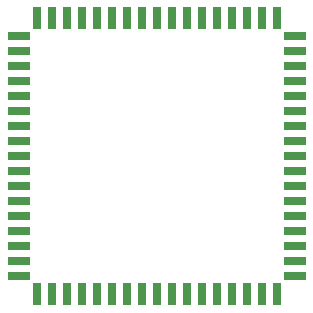
<source format=gbr>
%TF.GenerationSoftware,KiCad,Pcbnew,(5.1.6)-1*%
%TF.CreationDate,2023-06-21T17:15:11-04:00*%
%TF.ProjectId,PLCC68-to-PGA,504c4343-3638-42d7-946f-2d5047412e6b,rev?*%
%TF.SameCoordinates,Original*%
%TF.FileFunction,Paste,Bot*%
%TF.FilePolarity,Positive*%
%FSLAX46Y46*%
G04 Gerber Fmt 4.6, Leading zero omitted, Abs format (unit mm)*
G04 Created by KiCad (PCBNEW (5.1.6)-1) date 2023-06-21 17:15:11*
%MOMM*%
%LPD*%
G01*
G04 APERTURE LIST*
%ADD10R,0.700000X1.925000*%
%ADD11R,1.925000X0.700000*%
G04 APERTURE END LIST*
D10*
%TO.C,U1*%
X175889920Y-99698740D03*
X174619920Y-99698740D03*
X173349920Y-99698740D03*
X172079920Y-99698740D03*
X170809920Y-99698740D03*
X169539920Y-99698740D03*
X168269920Y-99698740D03*
X166999920Y-99698740D03*
X165729920Y-99698740D03*
X177159920Y-99698740D03*
X178429920Y-99698740D03*
X179699920Y-99698740D03*
X180969920Y-99698740D03*
X182239920Y-99698740D03*
X183509920Y-99698740D03*
X184779920Y-99698740D03*
X186049920Y-99698740D03*
D11*
X164217420Y-98186240D03*
X164217420Y-96916240D03*
X164217420Y-95646240D03*
X164217420Y-94376240D03*
X164217420Y-93106240D03*
X164217420Y-91836240D03*
X164217420Y-90566240D03*
X164217420Y-89296240D03*
X164217420Y-88026240D03*
X164217420Y-86756240D03*
X164217420Y-85486240D03*
X164217420Y-84216240D03*
X164217420Y-82946240D03*
X164217420Y-81676240D03*
X164217420Y-80406240D03*
X164217420Y-79136240D03*
X164217420Y-77866240D03*
D10*
X165729920Y-76353740D03*
X166999920Y-76353740D03*
X168269920Y-76353740D03*
X169539920Y-76353740D03*
X170809920Y-76353740D03*
X172079920Y-76353740D03*
X173349920Y-76353740D03*
X174619920Y-76353740D03*
X175889920Y-76353740D03*
X177159920Y-76353740D03*
X178429920Y-76353740D03*
X179699920Y-76353740D03*
X180969920Y-76353740D03*
X182239920Y-76353740D03*
X183509920Y-76353740D03*
X184779920Y-76353740D03*
X186049920Y-76353740D03*
D11*
X187562420Y-77866240D03*
X187562420Y-79136240D03*
X187562420Y-80406240D03*
X187562420Y-81676240D03*
X187562420Y-82946240D03*
X187562420Y-84216240D03*
X187562420Y-85486240D03*
X187562420Y-86756240D03*
X187562420Y-88026240D03*
X187562420Y-89296240D03*
X187562420Y-90566240D03*
X187562420Y-91836240D03*
X187562420Y-93106240D03*
X187562420Y-94376240D03*
X187562420Y-95646240D03*
X187562420Y-96916240D03*
X187562420Y-98186240D03*
%TD*%
M02*

</source>
